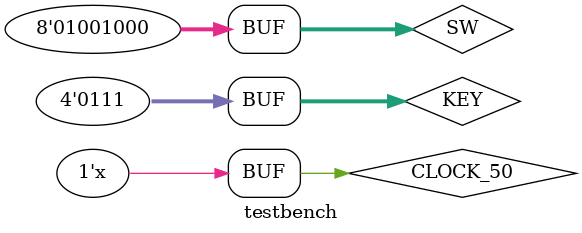
<source format=v>
`timescale 1ns / 1ps

module testbench ( );

	parameter CLOCK_PERIOD = 20;

    reg CLOCK_50;	
	reg [7:0] SW;
	reg [3:0] KEY;
    wire [6:0] HEX3, HEX2, HEX1, HEX0;
	wire [7:0] VGA_R;
	wire [7:0] VGA_G;
	wire [7:0] VGA_B;
	wire VGA_HS;
	wire VGA_VS;
	wire VGA_BLANK_N;
	wire VGA_SYNC_N;
	wire VGA_CLK;	

	initial begin
        CLOCK_50 <= 1'b0;
	end // initial
	always @ (*)
	begin : Clock_Generator
		#((CLOCK_PERIOD) / 2) CLOCK_50 <= ~CLOCK_50;
	end
	
	initial begin
        KEY <= 4'b0;
        #20 KEY[0] <= 1'b1; // reset
	end // initial

	initial begin
        KEY[1] <= 1'b1; KEY[2] <= 1'b1; KEY[3] <= 1'b1;
        SW <= 8'b01001000;  // randomly chosen (x,y) address
        #20 KEY[1] <= 1'b0; // press to store y
        #20 KEY[1] <= 1'b1;
        #20 KEY[2] <= 1'b0; // press to store x
        #20 KEY[2] <= 1'b1;
        #20 KEY[3] <= 1'b0; // press to display (in reality would stay
                            // pressed long enough to draw the whole box
	end // initial

	vga_demo U1 (CLOCK_50, SW, KEY[3:0], HEX3, HEX2, HEX1, HEX0, VGA_R, VGA_G, VGA_B,
				VGA_HS, VGA_VS, VGA_BLANK_N, VGA_SYNC_N, VGA_CLK);

endmodule

</source>
